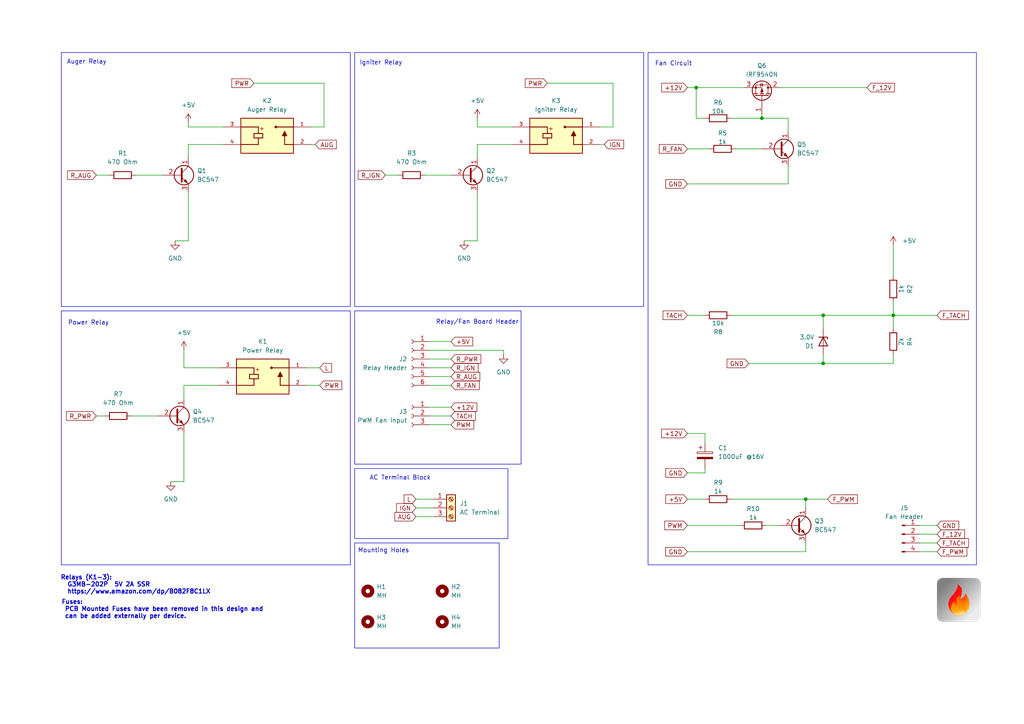
<source format=kicad_sch>
(kicad_sch (version 20231120) (generator "eeschema") (generator_version "8.0")
  (paper "A4")
  (title_block (title "PiFire Relay + PWM Fan Module") (date "2024-09-01") (rev "v1.0.0") (company "PiFire") (comment 1 "https://github.com/nebhead/pifire") (comment 2 "Ben Parmeter"))
  (lib_symbols
    (symbol "Connector:Conn_01x03_Socket" (pin_names (offset 1.016) hide)
      (property "Reference" "J" (at 0 5.08 0))
      (property "Value" "Conn_01x03_Socket" (at 0 -5.08 0))
      (symbol "Conn_01x03_Socket_1_1"
        (arc (start 0 -2.032) (mid -0.5058 -2.54) (end 0 -3.048) (stroke (width 0.1524)))
        (polyline (pts (xy -1.27 -2.54) (xy -0.508 -2.54)) (stroke (width 0.1524)))
        (polyline (pts (xy -1.27 0) (xy -0.508 0)) (stroke (width 0.1524)))
        (polyline (pts (xy -1.27 2.54) (xy -0.508 2.54)) (stroke (width 0.1524)))
        (arc (start 0 0.508) (mid -0.5058 0) (end 0 -0.508) (stroke (width 0.1524)))
        (arc (start 0 3.048) (mid -0.5058 2.54) (end 0 2.032) (stroke (width 0.1524)))
        (pin passive line (at -5.08 2.54 0) (length 3.81) (name "Pin_1") (number "1"))
        (pin passive line (at -5.08 0 0) (length 3.81) (name "Pin_2") (number "2"))
        (pin passive line (at -5.08 -2.54 0) (length 3.81) (name "Pin_3") (number "3"))
      )
    )
    (symbol "Connector:Conn_01x04_Pin" (pin_names (offset 1.016) hide)
      (property "Reference" "J" (at 0 5.08 0))
      (property "Value" "Conn_01x04_Pin" (at 0 -7.62 0))
      (symbol "Conn_01x04_Pin_1_1"
        (polyline (pts (xy 1.27 -5.08) (xy 0.8636 -5.08)) (stroke (width 0.1524)))
        (polyline (pts (xy 1.27 -2.54) (xy 0.8636 -2.54)) (stroke (width 0.1524)))
        (polyline (pts (xy 1.27 0) (xy 0.8636 0)) (stroke (width 0.1524)))
        (polyline (pts (xy 1.27 2.54) (xy 0.8636 2.54)) (stroke (width 0.1524)))
        (rectangle (start 0.8636 -4.953) (end 0 -5.207) (stroke (width 0.1524)) (fill (type outline)))
        (rectangle (start 0.8636 -2.413) (end 0 -2.667) (stroke (width 0.1524)) (fill (type outline)))
        (rectangle (start 0.8636 0.127) (end 0 -0.127) (stroke (width 0.1524)) (fill (type outline)))
        (rectangle (start 0.8636 2.667) (end 0 2.413) (stroke (width 0.1524)) (fill (type outline)))
        (pin passive line (at 5.08 2.54 180) (length 3.81) (name "Pin_1") (number "1"))
        (pin passive line (at 5.08 0 180) (length 3.81) (name "Pin_2") (number "2"))
        (pin passive line (at 5.08 -2.54 180) (length 3.81) (name "Pin_3") (number "3"))
        (pin passive line (at 5.08 -5.08 180) (length 3.81) (name "Pin_4") (number "4"))
      )
    )
    (symbol "Connector:Conn_01x06_Socket" (pin_names (offset 1.016) hide)
      (property "Reference" "J" (at 0 7.62 0))
      (property "Value" "Conn_01x06_Socket" (at 0 -10.16 0))
      (symbol "Conn_01x06_Socket_1_1"
        (arc (start 0 -7.112) (mid -0.5058 -7.62) (end 0 -8.128) (stroke (width 0.1524)))
        (arc (start 0 -4.572) (mid -0.5058 -5.08) (end 0 -5.588) (stroke (width 0.1524)))
        (arc (start 0 -2.032) (mid -0.5058 -2.54) (end 0 -3.048) (stroke (width 0.1524)))
        (polyline (pts (xy -1.27 -7.62) (xy -0.508 -7.62)) (stroke (width 0.1524)))
        (polyline (pts (xy -1.27 -5.08) (xy -0.508 -5.08)) (stroke (width 0.1524)))
        (polyline (pts (xy -1.27 -2.54) (xy -0.508 -2.54)) (stroke (width 0.1524)))
        (polyline (pts (xy -1.27 0) (xy -0.508 0)) (stroke (width 0.1524)))
        (polyline (pts (xy -1.27 2.54) (xy -0.508 2.54)) (stroke (width 0.1524)))
        (polyline (pts (xy -1.27 5.08) (xy -0.508 5.08)) (stroke (width 0.1524)))
        (arc (start 0 0.508) (mid -0.5058 0) (end 0 -0.508) (stroke (width 0.1524)))
        (arc (start 0 3.048) (mid -0.5058 2.54) (end 0 2.032) (stroke (width 0.1524)))
        (arc (start 0 5.588) (mid -0.5058 5.08) (end 0 4.572) (stroke (width 0.1524)))
        (pin passive line (at -5.08 5.08 0) (length 3.81) (name "Pin_1") (number "1"))
        (pin passive line (at -5.08 2.54 0) (length 3.81) (name "Pin_2") (number "2"))
        (pin passive line (at -5.08 0 0) (length 3.81) (name "Pin_3") (number "3"))
        (pin passive line (at -5.08 -2.54 0) (length 3.81) (name "Pin_4") (number "4"))
        (pin passive line (at -5.08 -5.08 0) (length 3.81) (name "Pin_5") (number "5"))
        (pin passive line (at -5.08 -7.62 0) (length 3.81) (name "Pin_6") (number "6"))
      )
    )
    (symbol "Connector:Screw_Terminal_01x03" (pin_names (offset 1.016) hide)
      (property "Reference" "J" (at 0 5.08 0))
      (property "Value" "Screw_Terminal_01x03" (at 0 -5.08 0))
      (symbol "Screw_Terminal_01x03_1_1"
        (rectangle (start -1.27 3.81) (end 1.27 -3.81) (stroke (width 0.254)) (fill (type background)))
        (circle (center 0 -2.54) (radius 0.635) (stroke (width 0.1524)))
        (polyline (pts (xy -0.5334 -2.2098) (xy 0.3302 -3.048)) (stroke (width 0.1524)))
        (polyline (pts (xy -0.5334 0.3302) (xy 0.3302 -0.508)) (stroke (width 0.1524)))
        (polyline (pts (xy -0.5334 2.8702) (xy 0.3302 2.032)) (stroke (width 0.1524)))
        (polyline (pts (xy -0.3556 -2.032) (xy 0.508 -2.8702)) (stroke (width 0.1524)))
        (polyline (pts (xy -0.3556 0.508) (xy 0.508 -0.3302)) (stroke (width 0.1524)))
        (polyline (pts (xy -0.3556 3.048) (xy 0.508 2.2098)) (stroke (width 0.1524)))
        (circle (center 0 0) (radius 0.635) (stroke (width 0.1524)))
        (circle (center 0 2.54) (radius 0.635) (stroke (width 0.1524)))
        (pin passive line (at -5.08 2.54 0) (length 3.81) (name "Pin_1") (number "1"))
        (pin passive line (at -5.08 0 0) (length 3.81) (name "Pin_2") (number "2"))
        (pin passive line (at -5.08 -2.54 0) (length 3.81) (name "Pin_3") (number "3"))
      )
    )
    (symbol "Device:C_Polarized" (pin_numbers hide) (pin_names (offset 0.254))
      (property "Reference" "C" (at 0.635 2.54 0))
      (property "Value" "C_Polarized" (at 0.635 -2.54 0))
      (symbol "C_Polarized_0_1"
        (rectangle (start -2.286 0.508) (end 2.286 1.016))
        (polyline (pts (xy -1.778 2.286) (xy -0.762 2.286)))
        (polyline (pts (xy -1.27 2.794) (xy -1.27 1.778)))
        (rectangle (start 2.286 -0.508) (end -2.286 -1.016) (fill (type outline)))
      )
      (symbol "C_Polarized_1_1"
        (pin passive line (at 0 3.81 270) (length 2.794) (name "~") (number "1"))
        (pin passive line (at 0 -3.81 90) (length 2.794) (name "~") (number "2"))
      )
    )
    (symbol "Device:D_Zener" (pin_numbers hide) (pin_names (offset 1.016) hide)
      (property "Reference" "D" (at 0 2.54 0))
      (property "Value" "D_Zener" (at 0 -2.54 0))
      (symbol "D_Zener_0_1"
        (polyline (pts (xy 1.27 0) (xy -1.27 0)))
        (polyline (pts (xy -1.27 -1.27) (xy -1.27 1.27) (xy -0.762 1.27)) (stroke (width 0.254)))
        (polyline (pts (xy 1.27 -1.27) (xy 1.27 1.27) (xy -1.27 0) (xy 1.27 -1.27)) (stroke (width 0.254)))
      )
      (symbol "D_Zener_1_1"
        (pin passive line (at -3.81 0 0) (length 2.54) (name "K") (number "1"))
        (pin passive line (at 3.81 0 180) (length 2.54) (name "A") (number "2"))
      )
    )
    (symbol "Device:R" (pin_numbers hide) (pin_names (offset 0))
      (property "Reference" "R" (at 2.032 0 90))
      (property "Value" "R" (at 0 0 90))
      (symbol "R_0_1"
        (rectangle (start -1.016 -2.54) (end 1.016 2.54) (stroke (width 0.254)))
      )
      (symbol "R_1_1"
        (pin passive line (at 0 3.81 270) (length 1.27) (name "~") (number "1"))
        (pin passive line (at 0 -3.81 90) (length 1.27) (name "~") (number "2"))
      )
    )
    (symbol "G3MB-202PDC5:G3MB-202PDC5" (pin_names (offset 1.016))
      (property "Reference" "K" (at -7.62 6.35 0))
      (property "Value" "G3MB-202PDC5" (at -7.62 -6.35 0))
      (symbol "G3MB-202PDC5_0_0"
        (rectangle (start -7.62 -5.08) (end 7.62 5.08) (stroke (width 0.254)) (fill (type background)))
        (polyline (pts (xy -7.62 -2.54) (xy -2.54 -2.54)) (stroke (width 0.254)))
        (polyline (pts (xy -7.62 2.54) (xy -2.54 2.54)) (stroke (width 0.254)))
        (polyline (pts (xy -3.81 -0.635) (xy -3.81 0.635)) (stroke (width 0.254)))
        (polyline (pts (xy -3.81 0.635) (xy -2.54 0.635)) (stroke (width 0.254)))
        (polyline (pts (xy -2.54 -0.635) (xy -3.81 -0.635)) (stroke (width 0.254)))
        (polyline (pts (xy -2.54 -0.635) (xy -2.54 -2.54)) (stroke (width 0.254)))
        (polyline (pts (xy -2.54 0.635) (xy -1.27 0.635)) (stroke (width 0.254)))
        (polyline (pts (xy -2.54 2.54) (xy -2.54 0.635)) (stroke (width 0.254)))
        (polyline (pts (xy -2.032 2.032) (xy -1.016 2.032)) (stroke (width 0.127)))
        (polyline (pts (xy -1.524 2.54) (xy -1.524 1.524)) (stroke (width 0.127)))
        (polyline (pts (xy -1.27 -0.635) (xy -2.54 -0.635)) (stroke (width 0.254)))
        (polyline (pts (xy -1.27 0.635) (xy -1.27 -0.635)) (stroke (width 0.254)))
        (polyline (pts (xy 5.08 -2.54) (xy 5.08 0)) (stroke (width 0.254)))
        (polyline (pts (xy 7.62 -2.54) (xy 5.08 -2.54)) (stroke (width 0.254)))
        (polyline (pts (xy 7.62 2.54) (xy 2.54 2.54)) (stroke (width 0.254)))
        (polyline (pts (xy 4.445 0) (xy 5.715 0) (xy 5.08 1.27) (xy 4.445 0)) (stroke (width 0.254)) (fill (type outline)))
        (circle (center 2.54 2.54) (radius 0.254) (stroke (width 0.254)))
        (pin passive line (at 12.7 2.54 180) (length 5.08) (name "~") (number "1"))
        (pin passive line (at 12.7 -2.54 180) (length 5.08) (name "~") (number "2"))
        (pin passive line (at -12.7 2.54 0) (length 5.08) (name "~") (number "3"))
        (pin passive line (at -12.7 -2.54 0) (length 5.08) (name "~") (number "4"))
      )
    )
    (symbol "Mechanical:MountingHole" (pin_names (offset 1.016))
      (property "Reference" "H" (at 0 5.08 0))
      (property "Value" "MountingHole" (at 0 3.175 0))
      (symbol "MountingHole_0_1"
        (circle (center 0 0) (radius 1.27) (stroke (width 1.27)))
      )
    )
    (symbol "Transistor_BJT:BC547" (pin_names (offset 0) hide)
      (property "Reference" "Q" (at 5.08 1.905 0))
      (property "Value" "BC547" (at 5.08 0 0))
      (symbol "BC547_0_1"
        (polyline (pts (xy 0 0) (xy 0.635 0)))
        (polyline (pts (xy 0.635 0.635) (xy 2.54 2.54)))
        (polyline (pts (xy 0.635 -0.635) (xy 2.54 -2.54) (xy 2.54 -2.54)))
        (polyline (pts (xy 0.635 1.905) (xy 0.635 -1.905) (xy 0.635 -1.905)) (stroke (width 0.508)))
        (polyline (pts (xy 1.27 -1.778) (xy 1.778 -1.27) (xy 2.286 -2.286) (xy 1.27 -1.778) (xy 1.27 -1.778)) (fill (type outline)))
        (circle (center 1.27 0) (radius 2.8194) (stroke (width 0.254)))
      )
      (symbol "BC547_1_1"
        (pin passive line (at 2.54 5.08 270) (length 2.54) (name "C") (number "1"))
        (pin input line (at -5.08 0 0) (length 5.08) (name "B") (number "2"))
        (pin passive line (at 2.54 -5.08 90) (length 2.54) (name "E") (number "3"))
      )
    )
    (symbol "Transistor_FET:IRF9540N" (pin_names hide)
      (property "Reference" "Q" (at 5.08 1.905 0))
      (property "Value" "IRF9540N" (at 5.08 0 0))
      (symbol "IRF9540N_0_1"
        (polyline (pts (xy 0.254 0) (xy -2.54 0)))
        (polyline (pts (xy 0.254 1.905) (xy 0.254 -1.905)) (stroke (width 0.254)))
        (polyline (pts (xy 0.762 -1.27) (xy 0.762 -2.286)) (stroke (width 0.254)))
        (polyline (pts (xy 0.762 0.508) (xy 0.762 -0.508)) (stroke (width 0.254)))
        (polyline (pts (xy 0.762 2.286) (xy 0.762 1.27)) (stroke (width 0.254)))
        (polyline (pts (xy 2.54 2.54) (xy 2.54 1.778)))
        (polyline (pts (xy 2.54 -2.54) (xy 2.54 0) (xy 0.762 0)))
        (polyline (pts (xy 0.762 1.778) (xy 3.302 1.778) (xy 3.302 -1.778) (xy 0.762 -1.778)))
        (polyline (pts (xy 2.286 0) (xy 1.27 0.381) (xy 1.27 -0.381) (xy 2.286 0)) (fill (type outline)))
        (polyline (pts (xy 2.794 -0.508) (xy 2.921 -0.381) (xy 3.683 -0.381) (xy 3.81 -0.254)))
        (polyline (pts (xy 3.302 -0.381) (xy 2.921 0.254) (xy 3.683 0.254) (xy 3.302 -0.381)))
        (circle (center 1.651 0) (radius 2.794) (stroke (width 0.254)))
        (circle (center 2.54 -1.778) (radius 0.254) (fill (type outline)))
        (circle (center 2.54 1.778) (radius 0.254) (fill (type outline)))
      )
      (symbol "IRF9540N_1_1"
        (pin input line (at -5.08 0 0) (length 2.54) (name "G") (number "1"))
        (pin passive line (at 2.54 5.08 270) (length 2.54) (name "D") (number "2"))
        (pin passive line (at 2.54 -5.08 90) (length 2.54) (name "S") (number "3"))
      )
    )
    (symbol "power:+3.3V" (power) (pin_numbers hide) (pin_names (offset 0) hide)
      (property "Value" "+3.3V" (at 0 3.556 0))
      (symbol "+3.3V_0_1"
        (polyline (pts (xy -0.762 1.27) (xy 0 2.54)))
        (polyline (pts (xy 0 0) (xy 0 2.54)))
        (polyline (pts (xy 0 2.54) (xy 0.762 1.27)))
      )
      (symbol "+3.3V_1_1"
        (pin power_in line (at 0 0 90) (length 0) (name "~") (number "1"))
      )
    )
    (symbol "power:+5V" (power) (pin_numbers hide) (pin_names (offset 0) hide)
      (property "Value" "+5V" (at 0 3.556 0))
      (symbol "+5V_0_1"
        (polyline (pts (xy -0.762 1.27) (xy 0 2.54)))
        (polyline (pts (xy 0 0) (xy 0 2.54)))
        (polyline (pts (xy 0 2.54) (xy 0.762 1.27)))
      )
      (symbol "+5V_1_1"
        (pin power_in line (at 0 0 90) (length 0) (name "~") (number "1"))
      )
    )
    (symbol "power:GND" (power) (pin_numbers hide) (pin_names (offset 0) hide)
      (property "Value" "GND" (at 0 -3.81 0))
      (symbol "GND_0_1"
        (polyline (pts (xy 0 0) (xy 0 -1.27) (xy 1.27 -1.27) (xy 0 -2.54) (xy -1.27 -1.27) (xy 0 -1.27)))
      )
      (symbol "GND_1_1"
        (pin power_in line (at 0 0 270) (length 0) (name "~") (number "1"))
      )
    )
  )
  (junction (at 238.76 91.44))
  (junction (at 259.08 91.44))
  (junction (at 238.76 105.41))
  (junction (at 233.68 144.78))
  (junction (at 220.98 34.29))
  (junction (at 201.93 25.4))
  (wire (pts (xy 27.94 120.65) (xy 30.48 120.65)))
  (wire (pts (xy 53.34 115.57) (xy 53.34 111.76)))
  (wire (pts (xy 130.81 109.22) (xy 124.46 109.22)))
  (wire (pts (xy 27.94 50.8) (xy 31.75 50.8)))
  (wire (pts (xy 204.47 137.16) (xy 204.47 135.89)))
  (wire (pts (xy 259.08 91.44) (xy 271.78 91.44)))
  (wire (pts (xy 175.26 41.91) (xy 173.99 41.91)))
  (wire (pts (xy 53.34 111.76) (xy 63.5 111.76)))
  (wire (pts (xy 220.98 34.29) (xy 228.6 34.29)))
  (wire (pts (xy 204.47 125.73) (xy 204.47 128.27)))
  (wire (pts (xy 138.43 69.85) (xy 138.43 55.88)))
  (wire (pts (xy 54.61 69.85) (xy 54.61 55.88)))
  (wire (pts (xy 53.34 101.6) (xy 53.34 106.68)))
  (wire (pts (xy 228.6 53.34) (xy 228.6 48.26)))
  (wire (pts (xy 199.39 137.16) (xy 204.47 137.16)))
  (wire (pts (xy 222.25 152.4) (xy 226.06 152.4)))
  (wire (pts (xy 199.39 43.18) (xy 205.74 43.18)))
  (wire (pts (xy 238.76 91.44) (xy 238.76 95.25)))
  (wire (pts (xy 124.46 123.19) (xy 130.81 123.19)))
  (wire (pts (xy 199.39 91.44) (xy 204.47 91.44)))
  (wire (pts (xy 124.46 118.11) (xy 130.81 118.11)))
  (wire (pts (xy 201.93 34.29) (xy 201.93 25.4)))
  (wire (pts (xy 199.39 53.34) (xy 228.6 53.34)))
  (wire (pts (xy 212.09 144.78) (xy 233.68 144.78)))
  (wire (pts (xy 88.9 111.76) (xy 92.71 111.76)))
  (wire (pts (xy 120.65 144.78) (xy 125.73 144.78)))
  (wire (pts (xy 233.68 144.78) (xy 233.68 147.32)))
  (wire (pts (xy 259.08 71.12) (xy 259.08 80.01)))
  (wire (pts (xy 146.05 101.6) (xy 146.05 102.87)))
  (wire (pts (xy 271.78 157.48) (xy 266.7 157.48)))
  (wire (pts (xy 120.65 149.86) (xy 125.73 149.86)))
  (wire (pts (xy 177.8 36.83) (xy 173.99 36.83)))
  (wire (pts (xy 233.68 144.78) (xy 240.03 144.78)))
  (wire (pts (xy 177.8 24.13) (xy 177.8 36.83)))
  (wire (pts (xy 138.43 34.29) (xy 138.43 36.83)))
  (wire (pts (xy 88.9 106.68) (xy 92.71 106.68)))
  (wire (pts (xy 259.08 102.87) (xy 259.08 105.41)))
  (wire (pts (xy 138.43 36.83) (xy 148.59 36.83)))
  (wire (pts (xy 217.17 105.41) (xy 238.76 105.41)))
  (wire (pts (xy 158.75 24.13) (xy 177.8 24.13)))
  (wire (pts (xy 259.08 87.63) (xy 259.08 91.44)))
  (wire (pts (xy 213.36 43.18) (xy 220.98 43.18)))
  (wire (pts (xy 93.98 36.83) (xy 90.17 36.83)))
  (wire (pts (xy 271.78 154.94) (xy 266.7 154.94)))
  (wire (pts (xy 124.46 101.6) (xy 146.05 101.6)))
  (wire (pts (xy 233.68 160.02) (xy 199.39 160.02)))
  (wire (pts (xy 271.78 160.02) (xy 266.7 160.02)))
  (wire (pts (xy 54.61 45.72) (xy 54.61 41.91)))
  (wire (pts (xy 53.34 139.7) (xy 53.34 125.73)))
  (wire (pts (xy 73.66 24.13) (xy 93.98 24.13)))
  (wire (pts (xy 199.39 152.4) (xy 214.63 152.4)))
  (wire (pts (xy 130.81 106.68) (xy 124.46 106.68)))
  (wire (pts (xy 228.6 38.1) (xy 228.6 34.29)))
  (wire (pts (xy 53.34 106.68) (xy 63.5 106.68)))
  (wire (pts (xy 123.19 50.8) (xy 130.81 50.8)))
  (wire (pts (xy 212.09 91.44) (xy 238.76 91.44)))
  (wire (pts (xy 212.09 34.29) (xy 220.98 34.29)))
  (wire (pts (xy 134.62 69.85) (xy 138.43 69.85)))
  (wire (pts (xy 38.1 120.65) (xy 45.72 120.65)))
  (wire (pts (xy 199.39 125.73) (xy 204.47 125.73)))
  (wire (pts (xy 271.78 152.4) (xy 266.7 152.4)))
  (wire (pts (xy 238.76 91.44) (xy 259.08 91.44)))
  (wire (pts (xy 130.81 99.06) (xy 124.46 99.06)))
  (wire (pts (xy 130.81 111.76) (xy 124.46 111.76)))
  (wire (pts (xy 54.61 36.83) (xy 64.77 36.83)))
  (wire (pts (xy 201.93 25.4) (xy 215.9 25.4)))
  (wire (pts (xy 130.81 104.14) (xy 124.46 104.14)))
  (wire (pts (xy 54.61 35.56) (xy 54.61 36.83)))
  (wire (pts (xy 120.65 147.32) (xy 125.73 147.32)))
  (wire (pts (xy 226.06 25.4) (xy 251.46 25.4)))
  (wire (pts (xy 39.37 50.8) (xy 46.99 50.8)))
  (wire (pts (xy 199.39 144.78) (xy 204.47 144.78)))
  (wire (pts (xy 111.76 50.8) (xy 115.57 50.8)))
  (wire (pts (xy 138.43 41.91) (xy 148.59 41.91)))
  (wire (pts (xy 199.39 25.4) (xy 201.93 25.4)))
  (wire (pts (xy 259.08 91.44) (xy 259.08 95.25)))
  (wire (pts (xy 233.68 157.48) (xy 233.68 160.02)))
  (wire (pts (xy 93.98 24.13) (xy 93.98 36.83)))
  (wire (pts (xy 220.98 33.02) (xy 220.98 34.29)))
  (wire (pts (xy 238.76 102.87) (xy 238.76 105.41)))
  (wire (pts (xy 49.53 139.7) (xy 53.34 139.7)))
  (wire (pts (xy 91.44 41.91) (xy 90.17 41.91)))
  (wire (pts (xy 238.76 105.41) (xy 259.08 105.41)))
  (wire (pts (xy 138.43 45.72) (xy 138.43 41.91)))
  (wire (pts (xy 204.47 34.29) (xy 201.93 34.29)))
  (wire (pts (xy 54.61 41.91) (xy 64.77 41.91)))
  (wire (pts (xy 124.46 120.65) (xy 130.81 120.65)))
  (wire (pts (xy 50.8 69.85) (xy 54.61 69.85)))
  (rectangle (start 17.78 90.17) (end 101.6 163.83))
  (rectangle (start 102.87 15.24) (end 186.69 88.9))
  (rectangle (start 17.78 15.24) (end 101.6 88.9))
  (rectangle (start 102.87 157.48) (end 144.78 187.96))
  (rectangle (start 102.87 90.17) (end 151.13 134.62))
  (rectangle (start 187.96 15.24) (end 283.21 163.83))
  (rectangle (start 102.87 135.89) (end 147.32 156.21))
  (image (at 278.13 173.99) (scale 0.0679658))
  (text "Fan Circuit" (at 195.326 18.542 0) (effects (font (size 1.27 1.27))))
  (text "Power Relay" (at 25.654 93.726 0) (effects (font (size 1.27 1.27))))
  (text "Fuses: \n PCB Mounted Fuses have been removed in this design and \n can be added externally per device." (at 17.78 176.784 0) (effects (font (size 1.27 1.27) (thickness 0.254) (bold yes)) (justify left)))
  (text "AC Terminal Block" (at 116.078 138.684 0) (effects (font (size 1.27 1.27))))
  (text "Auger Relay" (at 25.146 18.034 0) (effects (font (size 1.27 1.27))))
  (text "Relay/Fan Board Header" (at 138.43 93.472 0) (effects (font (size 1.27 1.27))))
  (text "Relays (K1-3): \n  G3MB-202P  5V 2A SSR  \n  https://www.amazon.com/dp/B082F8C1LX" (at 17.526 169.672 0) (effects (font (size 1.27 1.27) (thickness 0.254) (bold yes)) (justify left)))
  (text "Mounting Holes" (at 111.252 159.766 0) (effects (font (size 1.27 1.27))))
  (text "Igniter Relay" (at 110.49 18.288 0) (effects (font (size 1.27 1.27))))
  (global_label "+12V" (shape input) (at 130.81 118.11 0) (property "Intersheetrefs" "${INTERSHEET_REFS}" (effects (hide yes))))
  (global_label "F_TACH" (shape input) (at 271.78 157.48 0) (property "Intersheetrefs" "${INTERSHEET_REFS}" (effects (hide yes))))
  (global_label "+12V" (shape input) (at 199.39 125.73 180) (property "Intersheetrefs" "${INTERSHEET_REFS}" (effects (hide yes))))
  (global_label "AUG" (shape input) (at 91.44 41.91 0) (property "Intersheetrefs" "${INTERSHEET_REFS}" (effects (hide yes))))
  (global_label "TACH" (shape input) (at 199.39 91.44 180) (property "Intersheetrefs" "${INTERSHEET_REFS}" (effects (hide yes))))
  (global_label "R_IGN" (shape input) (at 130.81 106.68 0) (property "Intersheetrefs" "${INTERSHEET_REFS}" (effects (hide yes))))
  (global_label "GND" (shape input) (at 199.39 160.02 180) (property "Intersheetrefs" "${INTERSHEET_REFS}" (effects (hide yes))))
  (global_label "R_AUG" (shape input) (at 130.81 109.22 0) (property "Intersheetrefs" "${INTERSHEET_REFS}" (effects (hide yes))))
  (global_label "+5V" (shape input) (at 130.81 99.06 0) (property "Intersheetrefs" "${INTERSHEET_REFS}" (effects (hide yes))))
  (global_label "+12V" (shape input) (at 199.39 25.4 180) (property "Intersheetrefs" "${INTERSHEET_REFS}" (effects (hide yes))))
  (global_label "R_FAN" (shape input) (at 199.39 43.18 180) (property "Intersheetrefs" "${INTERSHEET_REFS}" (effects (hide yes))))
  (global_label "IGN" (shape input) (at 120.65 147.32 180) (property "Intersheetrefs" "${INTERSHEET_REFS}" (effects (hide yes))))
  (global_label "F_TACH" (shape input) (at 271.78 91.44 0) (property "Intersheetrefs" "${INTERSHEET_REFS}" (effects (hide yes))))
  (global_label "F_PWM" (shape input) (at 271.78 160.02 0) (property "Intersheetrefs" "${INTERSHEET_REFS}" (effects (hide yes))))
  (global_label "R_AUG" (shape input) (at 27.94 50.8 180) (property "Intersheetrefs" "${INTERSHEET_REFS}" (effects (hide yes))))
  (global_label "AUG" (shape input) (at 120.65 149.86 180) (property "Intersheetrefs" "${INTERSHEET_REFS}" (effects (hide yes))))
  (global_label "PWM" (shape input) (at 130.81 123.19 0) (property "Intersheetrefs" "${INTERSHEET_REFS}" (effects (hide yes))))
  (global_label "GND" (shape input) (at 271.78 152.4 0) (property "Intersheetrefs" "${INTERSHEET_REFS}" (effects (hide yes))))
  (global_label "F_PWM" (shape input) (at 240.03 144.78 0) (property "Intersheetrefs" "${INTERSHEET_REFS}" (effects (hide yes))))
  (global_label "PWR" (shape input) (at 92.71 111.76 0) (property "Intersheetrefs" "${INTERSHEET_REFS}" (effects (hide yes))))
  (global_label "F_12V" (shape input) (at 251.46 25.4 0) (property "Intersheetrefs" "${INTERSHEET_REFS}" (effects (hide yes))))
  (global_label "L" (shape input) (at 120.65 144.78 180) (property "Intersheetrefs" "${INTERSHEET_REFS}" (effects (hide yes))))
  (global_label "GND" (shape input) (at 217.17 105.41 180) (property "Intersheetrefs" "${INTERSHEET_REFS}" (effects (hide yes))))
  (global_label "GND" (shape input) (at 199.39 53.34 180) (property "Intersheetrefs" "${INTERSHEET_REFS}" (effects (hide yes))))
  (global_label "R_PWR" (shape input) (at 27.94 120.65 180) (property "Intersheetrefs" "${INTERSHEET_REFS}" (effects (hide yes))))
  (global_label "IGN" (shape input) (at 175.26 41.91 0) (property "Intersheetrefs" "${INTERSHEET_REFS}" (effects (hide yes))))
  (global_label "PWR" (shape input) (at 73.66 24.13 180) (property "Intersheetrefs" "${INTERSHEET_REFS}" (effects (hide yes))))
  (global_label "PWM" (shape input) (at 199.39 152.4 180) (property "Intersheetrefs" "${INTERSHEET_REFS}" (effects (hide yes))))
  (global_label "R_PWR" (shape input) (at 130.81 104.14 0) (property "Intersheetrefs" "${INTERSHEET_REFS}" (effects (hide yes))))
  (global_label "TACH" (shape input) (at 130.81 120.65 0) (property "Intersheetrefs" "${INTERSHEET_REFS}" (effects (hide yes))))
  (global_label "L" (shape input) (at 92.71 106.68 0) (property "Intersheetrefs" "${INTERSHEET_REFS}" (effects (hide yes))))
  (global_label "R_IGN" (shape input) (at 111.76 50.8 180) (property "Intersheetrefs" "${INTERSHEET_REFS}" (effects (hide yes))))
  (global_label "PWR" (shape input) (at 158.75 24.13 180) (property "Intersheetrefs" "${INTERSHEET_REFS}" (effects (hide yes))))
  (global_label "F_12V" (shape input) (at 271.78 154.94 0) (property "Intersheetrefs" "${INTERSHEET_REFS}" (effects (hide yes))))
  (global_label "R_FAN" (shape input) (at 130.81 111.76 0) (property "Intersheetrefs" "${INTERSHEET_REFS}" (effects (hide yes))))
  (global_label "+5V" (shape input) (at 199.39 144.78 180) (property "Intersheetrefs" "${INTERSHEET_REFS}" (effects (hide yes))))
  (global_label "GND" (shape input) (at 199.39 137.16 180) (property "Intersheetrefs" "${INTERSHEET_REFS}" (effects (hide yes))))
  (symbol (lib_id "Transistor_BJT:BC547") (at 52.07 50.8 0) (unit 1)
    (property "Reference" "Q1" (at 57.15 49.5299 0) (effects (justify left)))
    (property "Value" "BC547" (at 57.15 52.0699 0) (effects (justify left)))
    (property "Footprint" "Package_TO_SOT_THT:TO-92L_Inline" (effects (hide yes)))
    (property "Datasheet" "https://www.onsemi.com/pub/Collateral/BC550-D.pdf" (effects (hide yes)))
    (property "Description" "BC547 Transistor. I had several on hand from this kit: https://www.amazon.com/gp/product/B06Y4M2N29" (effects (hide yes)))
  )
  (symbol (lib_id "Device:R") (at 208.28 144.78 90) (unit 1)
    (property "Reference" "R9" (at 208.28 139.954 90))
    (property "Value" "1k" (at 208.28 142.494 90))
    (property "Footprint" "Resistor_THT:R_Axial_DIN0207_L6.3mm_D2.5mm_P7.62mm_Horizontal" (effects (hide yes)))
    (property "Description" "Standard 1/4W Axial Resistors." (effects (hide yes)))
  )
  (symbol (lib_id "Connector:Conn_01x04_Pin") (at 261.62 154.94 0) (unit 1)
    (property "Reference" "J5" (at 262.255 147.32 0))
    (property "Value" "Fan Header" (at 262.255 149.86 0))
    (property "Footprint" "Connector:FanPinHeader_1x04_P2.54mm_Vertical" (effects (hide yes)))
    (property "Description" "Generic 4-pin 2.5mm pitch header could work here if you cannot find a standard fan header." (effects (hide yes)))
  )
  (symbol (lib_id "power:+5V") (at 54.61 35.56 0) (unit 1)
    (property "Reference" "#PWR01" (effects (hide yes)))
    (property "Value" "+5V" (at 54.61 30.48 0))
    (property "Description" "Power symbol creates a global label with name \"+5V\"" (effects (hide yes)))
  )
  (symbol (lib_id "Connector:Screw_Terminal_01x03") (at 130.81 147.32 0) (unit 1)
    (property "Reference" "J1" (at 133.35 146.0499 0) (effects (justify left)))
    (property "Value" "AC Terminal" (at 133.35 148.5899 0) (effects (justify left)))
    (property "Footprint" "TerminalBlock:TerminalBlock_bornier-3_P5.08mm" (effects (hide yes)))
    (property "Description" "Screw Terminal x3 (5.0mm pitch)" (effects (hide yes)))
  )
  (symbol (lib_id "Transistor_BJT:BC547") (at 231.14 152.4 0) (unit 1)
    (property "Reference" "Q3" (at 236.22 151.1299 0) (effects (justify left)))
    (property "Value" "BC547" (at 236.22 153.6699 0) (effects (justify left)))
    (property "Footprint" "Package_TO_SOT_THT:TO-92L_Inline" (effects (hide yes)))
    (property "Datasheet" "https://www.onsemi.com/pub/Collateral/BC550-D.pdf" (effects (hide yes)))
    (property "Description" "BC547 Transistor. I had several on hand from this kit: https://www.amazon.com/gp/product/B06Y4M2N29" (effects (hide yes)))
  )
  (symbol (lib_id "power:GND") (at 49.53 139.7 0) (unit 1)
    (property "Reference" "#PWR07" (effects (hide yes)))
    (property "Value" "GND" (at 49.53 144.78 0))
    (property "Description" "Power symbol creates a global label with name \"GND\" , ground" (effects (hide yes)))
  )
  (symbol (lib_id "Device:R") (at 259.08 83.82 0) (unit 1)
    (property "Reference" "R2" (at 263.906 83.82 90))
    (property "Value" "1k" (at 261.366 83.82 90))
    (property "Footprint" "Resistor_THT:R_Axial_DIN0207_L6.3mm_D2.5mm_P7.62mm_Horizontal" (effects (hide yes)))
    (property "Description" "Standard 1/4W Axial Resistors." (effects (hide yes)))
  )
  (symbol (lib_id "Device:R") (at 259.08 99.06 0) (unit 1)
    (property "Reference" "R4" (at 263.906 99.06 90))
    (property "Value" "2k" (at 261.366 99.06 90))
    (property "Footprint" "Resistor_THT:R_Axial_DIN0207_L6.3mm_D2.5mm_P7.62mm_Horizontal" (effects (hide yes)))
    (property "Description" "Standard 1/4W Axial Resistors." (effects (hide yes)))
  )
  (symbol (lib_id "Device:R") (at 208.28 34.29 90) (unit 1)
    (property "Reference" "R6" (at 208.28 29.718 90))
    (property "Value" "10k" (at 208.28 32.258 90))
    (property "Footprint" "Resistor_THT:R_Axial_DIN0207_L6.3mm_D2.5mm_P7.62mm_Horizontal" (effects (hide yes)))
    (property "Description" "Standard 1/4W Axial Resistors." (effects (hide yes)))
  )
  (symbol (lib_id "Mechanical:MountingHole") (at 106.68 171.45 0) (unit 1)
    (property "Reference" "H1" (at 109.22 170.1799 0) (effects (justify left)))
    (property "Value" "MH" (at 109.22 172.7199 0) (effects (justify left)))
    (property "Footprint" "MountingHole:MountingHole_3.2mm_M3" (effects (hide yes)))
    (property "Description" "Mounting Hole without connection" (effects (hide yes)))
  )
  (symbol (lib_id "Device:C_Polarized") (at 204.47 132.08 0) (unit 1)
    (property "Reference" "C1" (at 208.28 129.9209 0) (effects (justify left)))
    (property "Value" "1000uF @16V" (at 208.28 132.4609 0) (effects (justify left)))
    (property "Footprint" "Capacitor_THT:CP_Radial_D6.3mm_P2.50mm" (effects (hide yes)))
    (property "Description" "16V 1000uF electrolytic capacitor is to help supply spike voltage on fan startup." (effects (hide yes)))
  )
  (symbol (lib_id "Mechanical:MountingHole") (at 106.68 180.34 0) (unit 1)
    (property "Reference" "H3" (at 109.22 179.0699 0) (effects (justify left)))
    (property "Value" "MH" (at 109.22 181.6099 0) (effects (justify left)))
    (property "Footprint" "MountingHole:MountingHole_3.2mm_M3" (effects (hide yes)))
    (property "Description" "Mounting Hole without connection" (effects (hide yes)))
  )
  (symbol (lib_id "Device:R") (at 209.55 43.18 270) (unit 1)
    (property "Reference" "R5" (at 209.55 38.608 90))
    (property "Value" "1k" (at 209.55 41.148 90))
    (property "Footprint" "Resistor_THT:R_Axial_DIN0207_L6.3mm_D2.5mm_P7.62mm_Horizontal" (effects (hide yes)))
    (property "Description" "Standard 1/4W Axial Resistors." (effects (hide yes)))
  )
  (symbol (lib_id "power:+5V") (at 138.43 34.29 0) (unit 1)
    (property "Reference" "#PWR04" (effects (hide yes)))
    (property "Value" "+5V" (at 138.43 29.21 0))
    (property "Description" "Power symbol creates a global label with name \"+5V\"" (effects (hide yes)))
  )
  (symbol (lib_id "Mechanical:MountingHole") (at 128.27 171.45 0) (unit 1)
    (property "Reference" "H2" (at 130.81 170.1799 0) (effects (justify left)))
    (property "Value" "MH" (at 130.81 172.7199 0) (effects (justify left)))
    (property "Footprint" "MountingHole:MountingHole_3.2mm_M3" (effects (hide yes)))
    (property "Description" "Mounting Hole without connection" (effects (hide yes)))
  )
  (symbol (lib_id "Device:R") (at 208.28 91.44 270) (unit 1)
    (property "Reference" "R8" (at 208.28 96.266 90))
    (property "Value" "10k" (at 208.28 93.726 90))
    (property "Footprint" "Resistor_THT:R_Axial_DIN0207_L6.3mm_D2.5mm_P7.62mm_Horizontal" (effects (hide yes)))
    (property "Description" "Standard 1/4W Axial Resistors." (effects (hide yes)))
  )
  (symbol (lib_id "G3MB-202PDC5:G3MB-202PDC5") (at 76.2 109.22 0) (unit 1)
    (property "Reference" "K1" (at 76.2 99.06 0))
    (property "Value" "Power Relay" (at 76.2 101.6 0))
    (property "Footprint" "G3MB-202PDC5:RELAY_G3MB-202PDC5" (effects (hide yes)))
    (property "Description" "G3MB-202P DC5V 2A Solid State Relay. These are generally the same type of relay that you will find on generic SSR relay modules everywhere. They can be a bit difficult to source otherwise. However, I was able to order these on Amazon: https://www.amazon.com/dp/B082F8C1LX" (effects (hide yes)))
    (property "PARTREV" "J091-E1-1A" (effects (hide yes)))
    (property "STANDARD" "Manufacturer Recommendations" (effects (hide yes)))
    (property "MAXIMUM_PACKAGE_HEIGHT" "20.5mm" (effects (hide yes)))
    (property "MANUFACTURER" "OMRON" (effects (hide yes)))
  )
  (symbol (lib_id "Device:R") (at 34.29 120.65 270) (unit 1)
    (property "Reference" "R7" (at 34.29 114.3 90))
    (property "Value" "470 Ohm" (at 34.29 116.84 90))
    (property "Footprint" "Resistor_THT:R_Axial_DIN0207_L6.3mm_D2.5mm_P7.62mm_Horizontal" (effects (hide yes)))
    (property "Description" "Standard 1/4W Axial Resistors." (effects (hide yes)))
  )
  (symbol (lib_id "G3MB-202PDC5:G3MB-202PDC5") (at 77.47 39.37 0) (unit 1)
    (property "Reference" "K2" (at 77.47 29.21 0))
    (property "Value" "Auger Relay" (at 77.47 31.75 0))
    (property "Footprint" "G3MB-202PDC5:RELAY_G3MB-202PDC5" (effects (hide yes)))
    (property "Description" "G3MB-202P DC5V 2A Solid State Relay. These are generally the same type of relay that you will find on generic SSR relay modules everywhere. They can be a bit difficult to source otherwise. However, I was able to order these on Amazon: https://www.amazon.com/dp/B082F8C1LX" (effects (hide yes)))
    (property "PARTREV" "J091-E1-1A" (effects (hide yes)))
    (property "STANDARD" "Manufacturer Recommendations" (effects (hide yes)))
    (property "MAXIMUM_PACKAGE_HEIGHT" "20.5mm" (effects (hide yes)))
    (property "MANUFACTURER" "OMRON" (effects (hide yes)))
  )
  (symbol (lib_id "power:+5V") (at 53.34 101.6 0) (unit 1)
    (property "Reference" "#PWR08" (effects (hide yes)))
    (property "Value" "+5V" (at 53.34 96.52 0))
    (property "Description" "Power symbol creates a global label with name \"+5V\"" (effects (hide yes)))
  )
  (symbol (lib_id "Device:D_Zener") (at 238.76 99.06 270) (unit 1)
    (property "Reference" "D1" (at 236.22 100.3301 90) (effects (justify right)))
    (property "Value" "3.0V" (at 236.22 97.7901 90) (effects (justify right)))
    (property "Footprint" "Diode_THT:D_DO-41_SOD81_P7.62mm_Horizontal" (effects (hide yes)))
    (property "Description" "Zener diode 2.7V-3.3V" (effects (hide yes)))
  )
  (symbol (lib_id "Connector:Conn_01x03_Socket") (at 119.38 120.65 0) (mirror y) (unit 1)
    (property "Reference" "J3" (at 118.11 119.3799 0) (effects (justify left)))
    (property "Value" "PWM Fan Input" (at 118.11 121.9199 0) (effects (justify left)))
    (property "Footprint" "Connector_JST:JST_XH_B3B-XH-A_1x03_P2.50mm_Vertical" (effects (hide yes)))
    (property "Description" "3-Pin JST XH PCB Mount Connectors for input header. Available from many sellers: https://www.amazon.com/Glarks-Housing-Connector-Perfectly-Compatible/dp/B07CTH46S7" (effects (hide yes)))
  )
  (symbol (lib_id "Transistor_BJT:BC547") (at 50.8 120.65 0) (unit 1)
    (property "Reference" "Q4" (at 55.88 119.3799 0) (effects (justify left)))
    (property "Value" "BC547" (at 55.88 121.9199 0) (effects (justify left)))
    (property "Footprint" "Package_TO_SOT_THT:TO-92L_Inline" (effects (hide yes)))
    (property "Datasheet" "https://www.onsemi.com/pub/Collateral/BC550-D.pdf" (effects (hide yes)))
    (property "Description" "BC547 Transistor. I had several on hand from this kit: https://www.amazon.com/gp/product/B06Y4M2N29" (effects (hide yes)))
  )
  (symbol (lib_id "power:GND") (at 50.8 69.85 0) (unit 1)
    (property "Reference" "#PWR02" (effects (hide yes)))
    (property "Value" "GND" (at 50.8 74.93 0))
    (property "Description" "Power symbol creates a global label with name \"GND\" , ground" (effects (hide yes)))
  )
  (symbol (lib_id "power:GND") (at 146.05 102.87 0) (unit 1)
    (property "Reference" "#PWR09" (effects (hide yes)))
    (property "Value" "GND" (at 146.05 107.95 0))
    (property "Description" "Power symbol creates a global label with name \"GND\" , ground" (effects (hide yes)))
  )
  (symbol (lib_id "Device:R") (at 119.38 50.8 270) (unit 1)
    (property "Reference" "R3" (at 119.38 44.45 90))
    (property "Value" "470 Ohm" (at 119.38 46.99 90))
    (property "Footprint" "Resistor_THT:R_Axial_DIN0207_L6.3mm_D2.5mm_P7.62mm_Horizontal" (effects (hide yes)))
    (property "Description" "Standard 1/4W Axial Resistors." (effects (hide yes)))
  )
  (symbol (lib_id "Connector:Conn_01x06_Socket") (at 119.38 104.14 0) (mirror y) (unit 1)
    (property "Reference" "J2" (at 118.11 104.1399 0) (effects (justify left)))
    (property "Value" "Relay Header" (at 118.11 106.6799 0) (effects (justify left)))
    (property "Footprint" "Connector_JST:JST_XH_B6B-XH-A_1x06_P2.50mm_Vertical" (effects (hide yes)))
    (property "Description" "6-Pin JST XH PCB Mount Connectors for input header. Available from many sellers: https://www.amazon.com/Glarks-Housing-Connector-Perfectly-Compatible/dp/B07CTH46S7" (effects (hide yes)))
  )
  (symbol (lib_id "Device:R") (at 218.44 152.4 90) (unit 1)
    (property "Reference" "R10" (at 218.44 147.574 90))
    (property "Value" "1k" (at 218.44 150.114 90))
    (property "Footprint" "Resistor_THT:R_Axial_DIN0207_L6.3mm_D2.5mm_P7.62mm_Horizontal" (effects (hide yes)))
    (property "Description" "Standard 1/4W Axial Resistors." (effects (hide yes)))
  )
  (symbol (lib_id "Transistor_FET:IRF9540N") (at 220.98 27.94 270) (mirror x) (unit 1)
    (property "Reference" "Q6" (at 220.98 19.05 90))
    (property "Value" "IRF9540N" (at 220.98 21.59 90))
    (property "Footprint" "Package_TO_SOT_THT:TO-220-3_Vertical" (effects (hide yes)))
    (property "Datasheet" "http://www.irf.com/product-info/datasheets/data/irf9540n.pdf" (effects (hide yes)))
    (property "Description" "P-Channel HEXFET Power MOSFET (https://www.amazon.com/BOJACK-IRF9540-Transistors-IRF9540N-P-Channel/dp/B0854HJ43H)" (effects (hide yes)))
  )
  (symbol (lib_id "Device:R") (at 35.56 50.8 270) (unit 1)
    (property "Reference" "R1" (at 35.56 44.45 90))
    (property "Value" "470 Ohm" (at 35.56 46.99 90))
    (property "Footprint" "Resistor_THT:R_Axial_DIN0207_L6.3mm_D2.5mm_P7.62mm_Horizontal" (effects (hide yes)))
    (property "Description" "Standard 1/4W Axial Resistors." (effects (hide yes)))
  )
  (symbol (lib_id "Transistor_BJT:BC547") (at 135.89 50.8 0) (unit 1)
    (property "Reference" "Q2" (at 140.97 49.5299 0) (effects (justify left)))
    (property "Value" "BC547" (at 140.97 52.0699 0) (effects (justify left)))
    (property "Footprint" "Package_TO_SOT_THT:TO-92L_Inline" (effects (hide yes)))
    (property "Datasheet" "https://www.onsemi.com/pub/Collateral/BC550-D.pdf" (effects (hide yes)))
    (property "Description" "BC547 Transistor. I had several on hand from this kit: https://www.amazon.com/gp/product/B06Y4M2N29" (effects (hide yes)))
  )
  (symbol (lib_id "Transistor_BJT:BC547") (at 226.06 43.18 0) (unit 1)
    (property "Reference" "Q5" (at 231.14 41.9099 0) (effects (justify left)))
    (property "Value" "BC547" (at 231.14 44.4499 0) (effects (justify left)))
    (property "Footprint" "Package_TO_SOT_THT:TO-92L_Inline" (effects (hide yes)))
    (property "Datasheet" "https://www.onsemi.com/pub/Collateral/BC550-D.pdf" (effects (hide yes)))
    (property "Description" "BC547 Transistor. I had several on hand from this kit: https://www.amazon.com/gp/product/B06Y4M2N29" (effects (hide yes)))
  )
  (symbol (lib_id "power:+3.3V") (at 259.08 71.12 0) (unit 1)
    (property "Reference" "#PWR05" (effects (hide yes)))
    (property "Value" "+5V" (at 261.62 69.8499 0) (effects (justify left)))
    (property "Description" "Power symbol creates a global label with name \"+3.3V\"" (effects (hide yes)))
  )
  (symbol (lib_id "Mechanical:MountingHole") (at 128.27 180.34 0) (unit 1)
    (property "Reference" "H4" (at 130.81 179.0699 0) (effects (justify left)))
    (property "Value" "MH" (at 130.81 181.6099 0) (effects (justify left)))
    (property "Footprint" "MountingHole:MountingHole_3.2mm_M3" (effects (hide yes)))
    (property "Description" "Mounting Hole without connection" (effects (hide yes)))
  )
  (symbol (lib_id "power:GND") (at 134.62 69.85 0) (unit 1)
    (property "Reference" "#PWR03" (effects (hide yes)))
    (property "Value" "GND" (at 134.62 74.93 0))
    (property "Description" "Power symbol creates a global label with name \"GND\" , ground" (effects (hide yes)))
  )
  (symbol (lib_id "G3MB-202PDC5:G3MB-202PDC5") (at 161.29 39.37 0) (unit 1)
    (property "Reference" "K3" (at 161.29 29.21 0))
    (property "Value" "Igniter Relay" (at 161.29 31.75 0))
    (property "Footprint" "G3MB-202PDC5:RELAY_G3MB-202PDC5" (effects (hide yes)))
    (property "Description" "G3MB-202P DC5V 2A Solid State Relay. These are generally the same type of relay that you will find on generic SSR relay modules everywhere. They can be a bit difficult to source otherwise. However, I was able to order these on Amazon: https://www.amazon.com/dp/B082F8C1LX" (effects (hide yes)))
    (property "PARTREV" "J091-E1-1A" (effects (hide yes)))
    (property "STANDARD" "Manufacturer Recommendations" (effects (hide yes)))
    (property "MAXIMUM_PACKAGE_HEIGHT" "20.5mm" (effects (hide yes)))
    (property "MANUFACTURER" "OMRON" (effects (hide yes)))
  )
)
</source>
